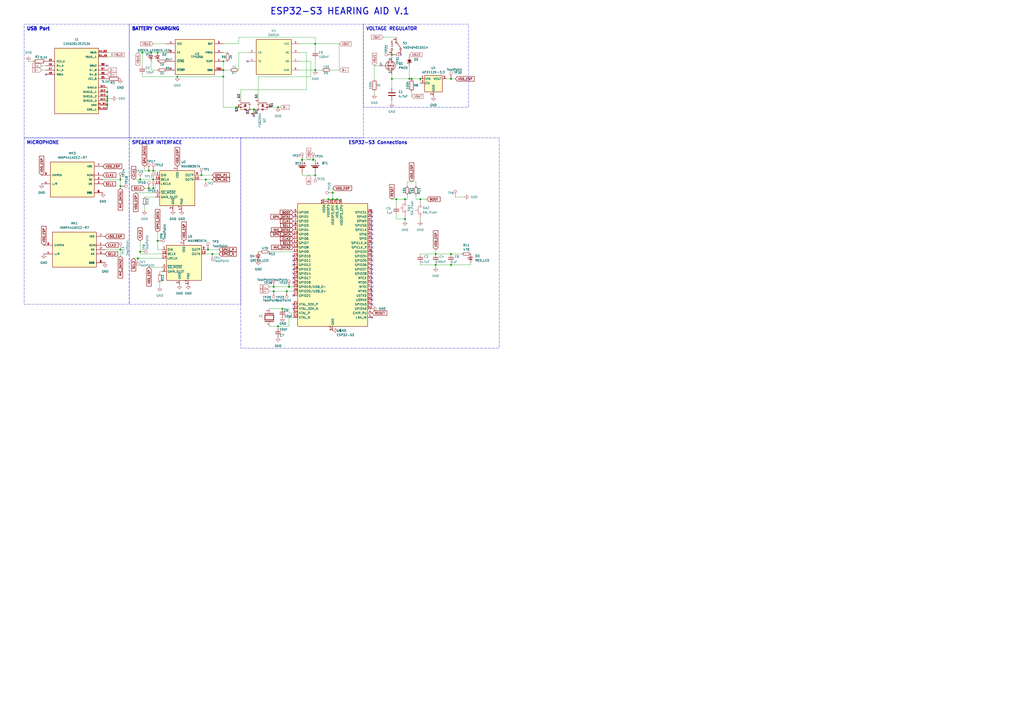
<source format=kicad_sch>
(kicad_sch (version 20231120) (generator "eeschema") (generator_version "8.0")
  (paper "A2")
  (junction (at 181.61 92.71))
  (junction (at 234.95 127))
  (junction (at 102.87 44.45))
  (junction (at 163.83 179.07))
  (junction (at 238.76 45.72))
  (junction (at 227.33 45.72))
  (junction (at 86.36 99.06))
  (junction (at 261.62 147.32))
  (junction (at 88.9 104.14))
  (junction (at 62.23 58.42))
  (junction (at 69.85 107.95))
  (junction (at 88.9 109.22))
  (junction (at 62.23 60.96))
  (junction (at 147.32 63.5))
  (junction (at 234.95 115.57))
  (junction (at 161.29 189.23))
  (junction (at 227.33 31.75))
  (junction (at 261.62 45.72))
  (junction (at 243.84 115.57))
  (junction (at 182.88 25.4))
  (junction (at 161.29 62.23))
  (junction (at 129.54 40.64))
  (junction (at 123.19 147.32))
  (junction (at 120.65 144.78))
  (junction (at 158.75 168.91))
  (junction (at 193.04 115.57))
  (junction (at 62.23 57.15))
  (junction (at 62.23 53.34))
  (junction (at 86.36 109.22))
  (junction (at 237.49 45.72))
  (junction (at 243.84 45.72))
  (junction (at 195.58 115.57))
  (junction (at 80.01 149.86))
  (junction (at 166.37 168.91))
  (junction (at 129.54 35.56))
  (junction (at 229.87 115.57))
  (junction (at 116.84 101.6))
  (junction (at 119.38 104.14))
  (junction (at 69.85 104.14))
  (junction (at 129.54 44.45))
  (junction (at 81.28 104.14))
  (junction (at 91.44 139.7))
  (junction (at 81.28 146.05))
  (junction (at 190.5 115.57))
  (junction (at 62.23 55.88))
  (junction (at 167.64 166.37))
  (junction (at 82.55 30.48))
  (junction (at 182.88 101.6))
  (junction (at 91.44 30.48))
  (junction (at 175.26 92.71))
  (junction (at 88.9 99.06))
  (junction (at 193.04 111.76))
  (junction (at 182.88 40.64))
  (junction (at 261.62 153.67))
  (junction (at 252.73 147.32))
  (junction (at 137.16 62.23))
  (junction (at 69.85 144.78))
  (junction (at 87.63 30.48))
  (junction (at 252.73 153.67))
  (junction (at 158.75 166.37))
  (no_connect (at 215.9 138.43))
  (no_connect (at 215.9 153.67))
  (no_connect (at 215.9 158.75))
  (no_connect (at 170.18 176.53))
  (no_connect (at 215.9 166.37))
  (no_connect (at 215.9 163.83))
  (no_connect (at 170.18 171.45))
  (no_connect (at 215.9 168.91))
  (no_connect (at 215.9 173.99))
  (no_connect (at 215.9 146.05))
  (no_connect (at 215.9 123.19))
  (no_connect (at 215.9 176.53))
  (no_connect (at 232.41 31.75))
  (no_connect (at 215.9 135.89))
  (no_connect (at 215.9 125.73))
  (no_connect (at 170.18 161.29))
  (no_connect (at 215.9 151.13))
  (no_connect (at 215.9 140.97))
  (no_connect (at 170.18 148.59))
  (no_connect (at 143.51 35.56))
  (no_connect (at 215.9 171.45))
  (no_connect (at 170.18 179.07))
  (no_connect (at 215.9 143.51))
  (no_connect (at 26.67 43.18))
  (no_connect (at 170.18 163.83))
  (no_connect (at 170.18 151.13))
  (no_connect (at 62.23 38.1))
  (no_connect (at 215.9 184.15))
  (no_connect (at 170.18 153.67))
  (no_connect (at 147.32 67.31))
  (no_connect (at 170.18 156.21))
  (no_connect (at 215.9 161.29))
  (no_connect (at 170.18 158.75))
  (no_connect (at 215.9 156.21))
  (no_connect (at 215.9 128.27))
  (no_connect (at 215.9 130.81))
  (no_connect (at 215.9 148.59))
  (no_connect (at 215.9 133.35))
  (wire (pts (xy 238.76 55.88) (xy 238.76 53.34)))
  (wire (pts (xy 87.63 35.56) (xy 87.63 40.64)))
  (wire (pts (xy 62.23 55.88) (xy 62.23 57.15)))
  (wire (pts (xy 182.88 21.59) (xy 182.88 25.4)))
  (wire (pts (xy 129.54 35.56) (xy 129.54 40.64)))
  (wire (pts (xy 69.85 104.14) (xy 59.69 104.14)))
  (wire (pts (xy 193.04 111.76) (xy 193.04 109.22)))
  (wire (pts (xy 156.21 166.37) (xy 158.75 166.37)))
  (wire (pts (xy 139.7 52.07) (xy 139.7 57.15)))
  (wire (pts (xy 167.64 184.15) (xy 170.18 184.15)))
  (wire (pts (xy 77.47 149.86) (xy 80.01 149.86)))
  (wire (pts (xy 138.43 25.4) (xy 138.43 21.59)))
  (wire (pts (xy 229.87 124.46) (xy 229.87 127)))
  (wire (pts (xy 64.77 30.48) (xy 64.77 33.02)))
  (wire (pts (xy 156.21 179.07) (xy 163.83 179.07)))
  (wire (pts (xy 77.47 104.14) (xy 81.28 104.14)))
  (wire (pts (xy 243.84 115.57) (xy 247.65 115.57)))
  (wire (pts (xy 177.8 30.48) (xy 177.8 52.07)))
  (wire (pts (xy 69.85 107.95) (xy 69.85 104.14)))
  (wire (pts (xy 193.04 115.57) (xy 195.58 115.57)))
  (wire (pts (xy 88.9 99.06) (xy 90.17 99.06)))
  (wire (pts (xy 156.21 168.91) (xy 158.75 168.91)))
  (wire (pts (xy 157.48 62.23) (xy 161.29 62.23)))
  (wire (pts (xy 82.55 30.48) (xy 82.55 38.1)))
  (wire (pts (xy 243.84 128.27) (xy 243.84 127)))
  (wire (pts (xy 191.77 40.64) (xy 196.85 40.64)))
  (wire (pts (xy 91.44 30.48) (xy 96.52 30.48)))
  (wire (pts (xy 64.77 57.15) (xy 62.23 57.15)))
  (wire (pts (xy 86.36 154.94) (xy 93.98 154.94)))
  (wire (pts (xy 92.71 157.48) (xy 92.71 158.75)))
  (wire (pts (xy 81.28 104.14) (xy 88.9 104.14)))
  (wire (pts (xy 78.74 111.76) (xy 90.17 111.76)))
  (wire (pts (xy 123.19 101.6) (xy 116.84 101.6)))
  (wire (pts (xy 229.87 115.57) (xy 229.87 119.38)))
  (wire (pts (xy 83.82 96.52) (xy 83.82 99.06)))
  (wire (pts (xy 149.86 57.15) (xy 149.86 44.45)))
  (wire (pts (xy 149.86 44.45) (xy 180.34 44.45)))
  (wire (pts (xy 173.99 40.64) (xy 182.88 40.64)))
  (wire (pts (xy 234.95 115.57) (xy 236.22 115.57)))
  (wire (pts (xy 123.19 147.32) (xy 119.38 147.32)))
  (wire (pts (xy 261.62 45.72) (xy 259.08 45.72)))
  (wire (pts (xy 83.82 109.22) (xy 86.36 109.22)))
  (wire (pts (xy 69.85 144.78) (xy 60.96 144.78)))
  (wire (pts (xy 175.26 100.33) (xy 175.26 101.6)))
  (wire (pts (xy 264.16 45.72) (xy 261.62 45.72)))
  (wire (pts (xy 237.49 31.75) (xy 237.49 33.02)))
  (wire (pts (xy 161.29 62.23) (xy 162.56 62.23)))
  (wire (pts (xy 234.95 125.73) (xy 234.95 127)))
  (wire (pts (xy 236.22 105.41) (xy 241.3 105.41)))
  (wire (pts (xy 129.54 40.64) (xy 129.54 44.45)))
  (wire (pts (xy 180.34 44.45) (xy 180.34 35.56)))
  (wire (pts (xy 241.3 113.03) (xy 241.3 115.57)))
  (wire (pts (xy 227.33 59.69) (xy 227.33 58.42)))
  (wire (pts (xy 90.17 99.06) (xy 90.17 101.6)))
  (wire (pts (xy 144.78 63.5) (xy 147.32 63.5)))
  (wire (pts (xy 227.33 33.02) (xy 227.33 31.75)))
  (wire (pts (xy 83.82 121.92) (xy 83.82 119.38)))
  (wire (pts (xy 62.23 53.34) (xy 62.23 55.88)))
  (wire (pts (xy 273.05 152.4) (xy 273.05 153.67)))
  (wire (pts (xy 180.34 35.56) (xy 173.99 35.56)))
  (wire (pts (xy 167.64 179.07) (xy 167.64 181.61)))
  (wire (pts (xy 158.75 166.37) (xy 167.64 166.37)))
  (wire (pts (xy 82.55 44.45) (xy 102.87 44.45)))
  (wire (pts (xy 227.33 115.57) (xy 229.87 115.57)))
  (wire (pts (xy 116.84 101.6) (xy 115.57 101.6)))
  (wire (pts (xy 83.82 99.06) (xy 86.36 99.06)))
  (wire (pts (xy 261.62 153.67) (xy 261.62 152.4)))
  (wire (pts (xy 69.85 109.22) (xy 69.85 107.95)))
  (wire (pts (xy 90.17 109.22) (xy 90.17 106.68)))
  (wire (pts (xy 243.84 153.67) (xy 243.84 152.4)))
  (wire (pts (xy 138.43 40.64) (xy 138.43 30.48)))
  (wire (pts (xy 81.28 147.32) (xy 93.98 147.32)))
  (wire (pts (xy 167.64 181.61) (xy 170.18 181.61)))
  (wire (pts (xy 129.54 44.45) (xy 129.54 62.23)))
  (wire (pts (xy 120.65 144.78) (xy 119.38 144.78)))
  (wire (pts (xy 238.76 45.72) (xy 243.84 45.72)))
  (wire (pts (xy 91.44 134.62) (xy 91.44 139.7)))
  (wire (pts (xy 243.84 45.72) (xy 243.84 48.26)))
  (wire (pts (xy 175.26 101.6) (xy 182.88 101.6)))
  (wire (pts (xy 24.13 40.64) (xy 26.67 40.64)))
  (wire (pts (xy 196.85 25.4) (xy 196.85 40.64)))
  (wire (pts (xy 83.82 114.3) (xy 90.17 114.3)))
  (wire (pts (xy 217.17 38.1) (xy 217.17 45.72)))
  (wire (pts (xy 166.37 168.91) (xy 170.18 168.91)))
  (wire (pts (xy 62.23 33.02) (xy 64.77 33.02)))
  (wire (pts (xy 62.23 57.15) (xy 62.23 58.42)))
  (wire (pts (xy 219.71 38.1) (xy 217.17 38.1)))
  (wire (pts (xy 127 144.78) (xy 120.65 144.78)))
  (wire (pts (xy 236.22 113.03) (xy 236.22 115.57)))
  (wire (pts (xy 273.05 153.67) (xy 261.62 153.67)))
  (wire (pts (xy 82.55 30.48) (xy 87.63 30.48)))
  (wire (pts (xy 182.88 34.29) (xy 182.88 40.64)))
  (wire (pts (xy 93.98 157.48) (xy 92.71 157.48)))
  (wire (pts (xy 190.5 115.57) (xy 193.04 115.57)))
  (wire (pts (xy 182.88 25.4) (xy 196.85 25.4)))
  (wire (pts (xy 88.9 109.22) (xy 90.17 109.22)))
  (wire (pts (xy 217.17 54.61) (xy 217.17 53.34)))
  (wire (pts (xy 91.44 139.7) (xy 91.44 144.78)))
  (wire (pts (xy 227.33 50.8) (xy 227.33 45.72)))
  (wire (pts (xy 158.75 168.91) (xy 166.37 168.91)))
  (wire (pts (xy 161.29 189.23) (xy 167.64 189.23)))
  (wire (pts (xy 151.13 146.05) (xy 149.86 146.05)))
  (wire (pts (xy 167.64 166.37) (xy 170.18 166.37)))
  (wire (pts (xy 138.43 62.23) (xy 137.16 62.23)))
  (wire (pts (xy 161.29 190.5) (xy 161.29 189.23)))
  (wire (pts (xy 182.88 101.6) (xy 182.88 100.33)))
  (wire (pts (xy 26.67 38.1) (xy 24.13 38.1)))
  (wire (pts (xy 129.54 40.64) (xy 133.35 40.64)))
  (wire (pts (xy 80.01 149.86) (xy 93.98 149.86)))
  (wire (pts (xy 119.38 104.14) (xy 123.19 104.14)))
  (wire (pts (xy 227.33 43.18) (xy 227.33 45.72)))
  (wire (pts (xy 252.73 147.32) (xy 261.62 147.32)))
  (wire (pts (xy 252.73 144.78) (xy 252.73 147.32)))
  (wire (pts (xy 243.84 153.67) (xy 252.73 153.67)))
  (wire (pts (xy 91.44 144.78) (xy 93.98 144.78)))
  (wire (pts (xy 229.87 115.57) (xy 234.95 115.57)))
  (wire (pts (xy 129.54 62.23) (xy 137.16 62.23)))
  (wire (pts (xy 177.8 52.07) (xy 139.7 52.07)))
  (wire (pts (xy 187.96 115.57) (xy 190.5 115.57)))
  (wire (pts (xy 82.55 43.18) (xy 82.55 44.45)))
  (wire (pts (xy 241.3 115.57) (xy 243.84 115.57)))
  (wire (pts (xy 261.62 147.32) (xy 267.97 147.32)))
  (wire (pts (xy 129.54 35.56) (xy 132.08 35.56)))
  (wire (pts (xy 86.36 99.06) (xy 88.9 99.06)))
  (wire (pts (xy 156.21 189.23) (xy 161.29 189.23)))
  (wire (pts (xy 129.54 25.4) (xy 138.43 25.4)))
  (wire (pts (xy 243.84 147.32) (xy 252.73 147.32)))
  (wire (pts (xy 163.83 179.07) (xy 167.64 179.07)))
  (wire (pts (xy 62.23 50.8) (xy 62.23 53.34)))
  (wire (pts (xy 87.63 30.48) (xy 91.44 30.48)))
  (wire (pts (xy 252.73 154.94) (xy 252.73 153.67)))
  (wire (pts (xy 147.32 63.5) (xy 149.86 63.5)))
  (wire (pts (xy 86.36 109.22) (xy 88.9 109.22)))
  (wire (pts (xy 241.3 105.41) (xy 241.3 107.95)))
  (wire (pts (xy 138.43 30.48) (xy 143.51 30.48)))
  (wire (pts (xy 243.84 116.84) (xy 243.84 115.57)))
  (wire (pts (xy 156.21 146.05) (xy 170.18 146.05)))
  (wire (pts (xy 81.28 146.05) (xy 81.28 147.32)))
  (wire (pts (xy 195.58 115.57) (xy 198.12 115.57)))
  (wire (pts (xy 147.32 63.5) (xy 147.32 67.31)))
  (wire (pts (xy 123.19 147.32) (xy 127 147.32)))
  (wire (pts (xy 181.61 92.71) (xy 182.88 92.71)))
  (wire (pts (xy 237.49 38.1) (xy 237.49 45.72)))
  (wire (pts (xy 252.73 153.67) (xy 261.62 153.67)))
  (wire (pts (xy 236.22 107.95) (xy 236.22 105.41)))
  (wire (pts (xy 182.88 25.4) (xy 182.88 29.21)))
  (wire (pts (xy 237.49 45.72) (xy 238.76 45.72)))
  (wire (pts (xy 222.25 21.59) (xy 229.87 21.59)))
  (wire (pts (xy 264.16 114.3) (xy 269.24 114.3)))
  (wire (pts (xy 88.9 25.4) (xy 96.52 25.4)))
  (wire (pts (xy 16.51 35.56) (xy 19.05 35.56)))
  (wire (pts (xy 129.54 30.48) (xy 132.08 30.48)))
  (wire (pts (xy 252.73 153.67) (xy 252.73 152.4)))
  (wire (pts (xy 234.95 127) (xy 234.95 128.27)))
  (wire (pts (xy 119.38 104.14) (xy 115.57 104.14)))
  (wire (pts (xy 227.33 45.72) (xy 237.49 45.72)))
  (wire (pts (xy 87.63 40.64) (xy 91.44 40.64)))
  (wire (pts (xy 92.71 166.37) (xy 92.71 163.83)))
  (wire (pts (xy 62.23 58.42) (xy 62.23 60.96)))
  (wire (pts (xy 193.04 111.76) (xy 193.04 115.57)))
  (wire (pts (xy 182.88 40.64) (xy 186.69 40.64)))
  (wire (pts (xy 62.23 30.48) (xy 64.77 30.48)))
  (wire (pts (xy 102.87 44.45) (xy 129.54 44.45)))
  (wire (pts (xy 138.43 21.59) (xy 182.88 21.59)))
  (wire (pts (xy 167.64 189.23) (xy 167.64 184.15)))
  (wire (pts (xy 80.01 30.48) (xy 82.55 30.48)))
  (wire (pts (xy 173.99 30.48) (xy 177.8 30.48)))
  (wire (pts (xy 81.28 139.7) (xy 81.28 146.05)))
  (wire (pts (xy 62.23 60.96) (xy 62.23 63.5)))
  (wire (pts (xy 173.99 25.4) (xy 182.88 25.4)))
  (wire (pts (xy 88.9 104.14) (xy 90.17 104.14)))
  (wire (pts (xy 69.85 148.59) (xy 69.85 144.78)))
  (wire (pts (xy 229.87 127) (xy 234.95 127)))
  (wire (pts (xy 175.26 92.71) (xy 181.61 92.71)))
  (rectangle (start 74.93 13.97) (end 210.82 80.01) (stroke (width 0) (type dash)))
  (rectangle (start 74.93 80.01) (end 139.7 176.53) (stroke (width 0) (type dash)))
  (rectangle (start 139.7 80.01) (end 289.56 201.93) (stroke (width 0) (type dash)))
  (rectangle (start 210.82 13.97) (end 271.78 62.23) (stroke (width 0) (type dash)))
  (rectangle (start 13.97 13.97) (end 74.93 80.01) (stroke (width 0) (type dash)))
  (rectangle (start 13.97 80.01) (end 74.93 176.53) (stroke (width 0) (type dash)))
  (text_box "BATTERY CHARGING" (at 74.93 13.97 0) (size 31.75 5.08) (stroke (width -0.0001)) (effects (font (size 1.905 1.905) (thickness 0.508) (bold yes)) (justify left top)))
  (text_box "MICROPHONE\n" (at 13.97 80.01 0) (size 33.02 5.08) (stroke (width -0.0001)) (effects (font (size 1.905 1.905) (thickness 0.381) (bold yes)) (justify left top)))
  (text_box "SPEAKER INTERFACE\n" (at 74.93 80.01 0) (size 35.56 5.08) (stroke (width -0.0001)) (effects (font (size 1.905 1.905) (thickness 0.381) (bold yes)) (justify left top)))
  (text_box "VOLTAGE REGULATOR\n" (at 210.82 13.97 0) (size 33.02 5.08) (stroke (width -0.0001)) (effects (font (size 1.905 1.905) (thickness 0.381) (bold yes)) (justify left top)))
  (text_box "ESP32-S3 Connections\n" (at 200.66 80.01 0) (size 44.45 5.08) (stroke (width -0.0001)) (effects (font (size 1.905 1.905) (thickness 0.381) (bold yes)) (justify left top)))
  (text_box "USB Port\n" (at 13.97 13.97 0) (size 26.67 5.08) (stroke (width -0.0001)) (effects (font (size 1.905 1.905) (thickness 0.508) (bold yes)) (justify left top)))
  (text_box "ESP32-S3 HEARING AID V.1" (at 153.67 1.27 0) (size 91.44 8.89) (stroke (width -0.0001)) (effects (font (size 3.81 3.81) (thickness 0.508) (bold yes)) (justify left top)))
  (label "G2" (at 139.7 57.15 90) (effects (font (bold yes))))
  (label "D1" (at 149.86 63.5 270) (effects (font (bold yes))))
  (label "G1" (at 149.86 57.15 90) (effects (font (bold yes))))
  (label "S1" (at 158.75 62.23 90) (effects (font (bold yes))))
  (label "S2" (at 138.43 62.23 270) (effects (font (bold yes))))
  (label "D2" (at 144.78 63.5 270) (effects (font (bold yes))))
  (global_label "VDD_ESP" (shape input) (at 193.04 109.22 0) (effects (font (bold yes))) (property "Intersheetrefs" "${INTERSHEET_REFS}" (effects (hide yes))))
  (global_label "CLK1" (shape input) (at 59.69 101.6 0) (effects (font (bold yes))) (property "Intersheetrefs" "${INTERSHEET_REFS}" (effects (hide yes))))
  (global_label "VDD_ESP" (shape input) (at 102.87 96.52 90) (effects (font (bold yes))) (property "Intersheetrefs" "${INTERSHEET_REFS}" (effects (hide yes))))
  (global_label "SEL2" (shape input) (at 60.96 147.32 0) (effects (font (bold yes))) (property "Intersheetrefs" "${INTERSHEET_REFS}" (effects (hide yes))))
  (global_label "MIC_DATA1" (shape input) (at 170.18 133.35 180) (effects (font (bold yes))) (property "Intersheetrefs" "${INTERSHEET_REFS}" (effects (hide yes))))
  (global_label "VDD_ESP" (shape input) (at 25.4 142.24 90) (effects (font (bold yes))) (property "Intersheetrefs" "${INTERSHEET_REFS}" (effects (hide yes))))
  (global_label "MIC_DATA2" (shape input) (at 69.85 148.59 270) (effects (font (bold yes))) (property "Intersheetrefs" "${INTERSHEET_REFS}" (effects (hide yes))))
  (global_label "CLK2" (shape input) (at 170.18 138.43 180) (effects (font (bold yes))) (property "Intersheetrefs" "${INTERSHEET_REFS}" (effects (hide yes))))
  (global_label "D-" (shape input) (at 24.13 40.64 180) (property "Intersheetrefs" "${INTERSHEET_REFS}" (effects (hide yes))))
  (global_label "SEL2" (shape input) (at 170.18 140.97 180) (effects (font (bold yes))) (property "Intersheetrefs" "${INTERSHEET_REFS}" (effects (hide yes))))
  (global_label "D-" (shape input) (at 156.21 166.37 180) (property "Intersheetrefs" "${INTERSHEET_REFS}" (effects (hide yes))))
  (global_label "CLK2" (shape input) (at 81.28 139.7 90) (effects (font (bold yes))) (property "Intersheetrefs" "${INTERSHEET_REFS}" (effects (hide yes))))
  (global_label "VDD_ESP" (shape input) (at 106.68 139.7 90) (effects (font (bold yes))) (property "Intersheetrefs" "${INTERSHEET_REFS}" (effects (hide yes))))
  (global_label "SEL1" (shape input) (at 170.18 130.81 180) (effects (font (bold yes))) (property "Intersheetrefs" "${INTERSHEET_REFS}" (effects (hide yes))))
  (global_label "SPK2_N" (shape input) (at 127 147.32 0) (effects (font (bold yes))) (property "Intersheetrefs" "${INTERSHEET_REFS}" (effects (hide yes))))
  (global_label "VDD_ESP" (shape input) (at 78.74 111.76 270) (effects (font (bold yes))) (property "Intersheetrefs" "${INTERSHEET_REFS}" (effects (hide yes))))
  (global_label "SEL1" (shape input) (at 83.82 109.22 180) (effects (font (bold yes))) (property "Intersheetrefs" "${INTERSHEET_REFS}" (effects (hide yes))))
  (global_label "VBAT" (shape input) (at 238.76 55.88 0) (property "Intersheetrefs" "${INTERSHEET_REFS}" (effects (hide yes))))
  (global_label "MIC_DATA2" (shape input) (at 170.18 143.51 180) (effects (font (bold yes))) (property "Intersheetrefs" "${INTERSHEET_REFS}" (effects (hide yes))))
  (global_label "BOOT" (shape input) (at 247.65 115.57 0) (effects (font (bold yes))) (property "Intersheetrefs" "${INTERSHEET_REFS}" (effects (hide yes))))
  (global_label "SEL1" (shape input) (at 59.69 106.68 0) (effects (font (bold yes))) (property "Intersheetrefs" "${INTERSHEET_REFS}" (effects (hide yes))))
  (global_label "VDD_ESP" (shape input) (at 238.76 105.41 90) (effects (font (bold yes))) (property "Intersheetrefs" "${INTERSHEET_REFS}" (effects (hide yes))))
  (global_label "D+" (shape input) (at 24.13 38.1 180) (property "Intersheetrefs" "${INTERSHEET_REFS}" (effects (hide yes))))
  (global_label "VBUS" (shape input) (at 237.49 31.75 0) (property "Intersheetrefs" "${INTERSHEET_REFS}" (effects (hide yes))))
  (global_label "SPK2_DATA" (shape input) (at 170.18 135.89 180) (effects (font (bold yes))) (property "Intersheetrefs" "${INTERSHEET_REFS}" (effects (hide yes))))
  (global_label "B+" (shape input) (at 196.85 40.64 0) (property "Intersheetrefs" "${INTERSHEET_REFS}" (effects (hide yes))))
  (global_label "VBUS" (shape input) (at 80.01 30.48 270) (property "Intersheetrefs" "${INTERSHEET_REFS}" (effects (hide yes))))
  (global_label "D+" (shape input) (at 156.21 168.91 180) (property "Intersheetrefs" "${INTERSHEET_REFS}" (effects (hide yes))))
  (global_label "VDD_ESP" (shape input) (at 264.16 45.72 0) (effects (font (bold yes))) (property "Intersheetrefs" "${INTERSHEET_REFS}" (effects (hide yes))))
  (global_label "SPK_DATA1" (shape input) (at 170.18 125.73 180) (effects (font (bold yes))) (property "Intersheetrefs" "${INTERSHEET_REFS}" (effects (hide yes))))
  (global_label "CLK1" (shape input) (at 170.18 128.27 180) (effects (font (bold yes))) (property "Intersheetrefs" "${INTERSHEET_REFS}" (effects (hide yes))))
  (global_label "VBAT" (shape input) (at 196.85 25.4 0) (property "Intersheetrefs" "${INTERSHEET_REFS}" (effects (hide yes))))
  (global_label "VBUS" (shape input) (at 217.17 38.1 90) (property "Intersheetrefs" "${INTERSHEET_REFS}" (effects (hide yes))))
  (global_label "VDD_ESP" (shape input) (at 59.69 96.52 0) (effects (font (bold yes))) (property "Intersheetrefs" "${INTERSHEET_REFS}" (effects (hide yes))))
  (global_label "CLK2" (shape input) (at 60.96 142.24 0) (effects (font (bold yes))) (property "Intersheetrefs" "${INTERSHEET_REFS}" (effects (hide yes))))
  (global_label "B-" (shape input) (at 179.07 101.6 270) (property "Intersheetrefs" "${INTERSHEET_REFS}" (effects (hide yes))))
  (global_label "D+" (shape input) (at 62.23 43.18 0) (property "Intersheetrefs" "${INTERSHEET_REFS}" (effects (hide yes))))
  (global_label "SPK_DATA1" (shape input) (at 83.82 96.52 90) (effects (font (bold yes))) (property "Intersheetrefs" "${INTERSHEET_REFS}" (effects (hide yes))))
  (global_label "SEL2" (shape input) (at 77.47 149.86 270) (effects (font (bold yes))) (property "Intersheetrefs" "${INTERSHEET_REFS}" (effects (hide yes))))
  (global_label "MIC_DATA1" (shape input) (at 69.85 109.22 270) (effects (font (bold yes))) (property "Intersheetrefs" "${INTERSHEET_REFS}" (effects (hide yes))))
  (global_label "VDD_ESP" (shape input) (at 252.73 144.78 90) (effects (font (bold yes))) (property "Intersheetrefs" "${INTERSHEET_REFS}" (effects (hide yes))))
  (global_label "D-" (shape input) (at 62.23 40.64 0) (property "Intersheetrefs" "${INTERSHEET_REFS}" (effects (hide yes))))
  (global_label "VDD_ESP" (shape input) (at 24.13 101.6 90) (effects (font (bold yes))) (property "Intersheetrefs" "${INTERSHEET_REFS}" (effects (hide yes))))
  (global_label "VBUS" (shape input) (at 64.77 31.75 0) (property "Intersheetrefs" "${INTERSHEET_REFS}" (effects (hide yes))))
  (global_label "VBUS" (shape input) (at 88.9 25.4 180) (property "Intersheetrefs" "${INTERSHEET_REFS}" (effects (hide yes))))
  (global_label "BOOT" (shape input) (at 170.18 123.19 180) (effects (font (bold yes))) (property "Intersheetrefs" "${INTERSHEET_REFS}" (effects (hide yes))))
  (global_label "VBAT" (shape input) (at 179.07 92.71 90) (property "Intersheetrefs" "${INTERSHEET_REFS}" (effects (hide yes))))
  (global_label "SPK_P1" (shape input) (at 123.19 101.6 0) (effects (font (bold yes))) (property "Intersheetrefs" "${INTERSHEET_REFS}" (effects (hide yes))))
  (global_label "SPK2_P" (shape input) (at 127 144.78 0) (effects (font (bold yes))) (property "Intersheetrefs" "${INTERSHEET_REFS}" (effects (hide yes))))
  (global_label "RESET" (shape input) (at 227.33 115.57 90) (effects (font (bold yes))) (property "Intersheetrefs" "${INTERSHEET_REFS}" (effects (hide yes))))
  (global_label "CLK1" (shape input) (at 77.47 104.14 90) (effects (font (bold yes))) (property "Intersheetrefs" "${INTERSHEET_REFS}" (effects (hide yes))))
  (global_label "VBAT" (shape input) (at 222.25 21.59 180) (property "Intersheetrefs" "${INTERSHEET_REFS}" (effects (hide yes))))
  (global_label "B-" (shape input) (at 162.56 62.23 0) (property "Intersheetrefs" "${INTERSHEET_REFS}" (effects (hide yes))))
  (global_label "SPK_N1" (shape input) (at 123.19 104.14 0) (effects (font (bold yes))) (property "Intersheetrefs" "${INTERSHEET_REFS}" (effects (hide yes))))
  (global_label "VDD_ESP" (shape input) (at 60.96 137.16 0) (effects (font (bold yes))) (property "Intersheetrefs" "${INTERSHEET_REFS}" (effects (hide yes))))
  (global_label "SPK2_DATA" (shape input) (at 91.44 134.62 90) (effects (font (bold yes))) (property "Intersheetrefs" "${INTERSHEET_REFS}" (effects (hide yes))))
  (global_label "RESET" (shape input) (at 215.9 181.61 0) (effects (font (bold yes))) (property "Intersheetrefs" "${INTERSHEET_REFS}" (effects (hide yes))))
  (global_label "VDD_ESP" (shape input) (at 86.36 154.94 270) (effects (font (bold yes))) (property "Intersheetrefs" "${INTERSHEET_REFS}" (effects (hide yes))))
  (symbol (lib_id "power:GND") (at 100.33 121.92 0) (unit 1)
    (property "Reference" "#PWR012" (effects (hide yes)))
    (property "Value" "GND" (at 100.33 127 0))
    (property "Description" "Power symbol creates a global label with name \"GND\" , ground" (effects (hide yes)))
  )
  (symbol (lib_id "Connector:TestPoint") (at 69.85 144.78 0) (unit 1)
    (property "Reference" "TP13" (at 71.374 147.828 90) (effects (justify left)))
    (property "Value" "TestPoint" (at 73.9141 148.336 90) (effects (justify left)))
    (property "Footprint" "MountingHole:Mounting_Pad_Square" (effects (hide yes)))
    (property "Description" "test point" (effects (hide yes)))
  )
  (symbol (lib_id "Connector:TestPoint") (at 158.75 166.37 0) (unit 1)
    (property "Reference" "TP28" (at 157.988 164.084 0) (effects (justify right)))
    (property "Value" "TestPoint" (at 157.988 162.306 0) (effects (justify right)))
    (property "Footprint" "MountingHole:Mounting_Pad_Square" (effects (hide yes)))
    (property "Description" "test point" (effects (hide yes)))
  )
  (symbol (lib_id "power:GND") (at 104.14 165.1 0) (unit 1)
    (property "Reference" "#PWR016" (effects (hide yes)))
    (property "Value" "GND" (at 104.14 170.18 0))
    (property "Description" "Power symbol creates a global label with name \"GND\" , ground" (effects (hide yes)))
  )
  (symbol (lib_id "power:GND") (at 234.95 128.27 0) (unit 1)
    (property "Reference" "#PWR05" (effects (hide yes)))
    (property "Value" "GND" (at 234.95 133.35 0))
    (property "Description" "Power symbol creates a global label with name \"GND\" , ground" (effects (hide yes)))
  )
  (symbol (lib_id "Device:C_Small") (at 182.88 31.75 0) (unit 1)
    (property "Reference" "C9" (at 184.658 30.48 0) (effects (justify left)))
    (property "Value" "100nF" (at 184.912 33.02 0) (effects (justify left)))
    (property "Footprint" "Capacitor_SMD:C_0402_1005Metric_Pad0.74x0.62mm_HandSolder" (effects (hide yes)))
    (property "Description" "Unpolarized capacitor, small symbol" (effects (hide yes)))
  )
  (symbol (lib_id "Device:R") (at 238.76 49.53 0) (unit 1)
    (property "Reference" "R8" (at 241.3 49.53 0))
    (property "Value" "100k" (at 236.474 49.53 90))
    (property "Footprint" "Resistor_SMD:R_0402_1005Metric_Pad0.72x0.64mm_HandSolder" (effects (hide yes)))
    (property "Description" "Resistor" (effects (hide yes)))
  )
  (symbol (lib_id "Connector:TestPoint") (at 227.33 31.75 90) (unit 1)
    (property "Reference" "TP21" (at 224.028 25.908 0) (effects (justify right)))
    (property "Value" "TestPoint" (effects (hide yes)))
    (property "Footprint" "MountingHole:Mounting_Pad_Square" (effects (hide yes)))
    (property "Description" "test point" (effects (hide yes)))
  )
  (symbol (lib_id "Simulation_SPICE:PMOS") (at 224.79 38.1 0) (unit 1)
    (property "Reference" "Q1" (at 231.14 36.8299 0) (effects (justify left)))
    (property "Value" "PMOS" (at 231.14 39.3699 0) (effects (justify left)))
    (property "Footprint" "footprints:DMP3099L-7_Correct" (effects (hide yes)))
    (property "Datasheet" "https://ngspice.sourceforge.io/docs/ngspice-html-manual/manual.xhtml#cha_MOSFETs" (effects (hide yes)))
    (property "Description" "P-MOSFET transistor, drain/source/gate" (effects (hide yes)))
    (property "Sim.Device" "PMOS" (effects (hide yes)))
    (property "Sim.Type" "VDMOS" (effects (hide yes)))
    (property "Sim.Pins" "1=D 2=G 3=S" (effects (hide yes)))
  )
  (symbol (lib_id "Device:LED_Small") (at 149.86 148.59 90) (unit 1)
    (property "Reference" "D4" (at 145.034 148.59 90) (effects (justify right)))
    (property "Value" "GREEN_LED" (at 145.034 151.13 90) (effects (justify right)))
    (property "Footprint" "LED_SMD:LED_0402_1005Metric" (effects (hide yes)))
    (property "Description" "Light emitting diode, small symbol" (effects (hide yes)))
  )
  (symbol (lib_id "DW01A:DW01A") (at 158.75 33.02 0) (unit 1)
    (property "Reference" "U4" (at 158.75 17.78 0))
    (property "Value" "DW01A" (at 158.75 20.32 0))
    (property "Footprint" "DW01A:SOT95P280X145-6N" (effects (hide yes)))
    (property "MF" "Fortune Semiconductor" (effects (hide yes)))
    (property "SNAPEDA_PACKAGE_ID" "103849" (effects (hide yes)))
    (property "Package" "SOT-23-6 Fortune Semiconductor" (effects (hide yes)))
    (property "Price" "None" (effects (hide yes)))
    (property "Check_prices" "https://www.snapeda.com/parts/DW01A/Fortune+Semiconductor/view-part/?ref=eda" (effects (hide yes)))
    (property "STANDARD" "IPC 7351B" (effects (hide yes)))
    (property "PARTREV" "1.8" (effects (hide yes)))
    (property "SnapEDA_Link" "https://www.snapeda.com/parts/DW01A/Fortune+Semiconductor/view-part/?ref=snap" (effects (hide yes)))
    (property "MP" "DW01A" (effects (hide yes)))
    (property "Description_1" "\n                        \n                            One Cell Lithium-ion/Polymer Battery Protection IC\n                        \n" (effects (hide yes)))
    (property "MANUFACTURER" "Fortune Semiconductor" (effects (hide yes)))
    (property "Availability" "Not in stock" (effects (hide yes)))
    (property "MAXIMUM_PACKAGE_HEIGHT" "1.45mm" (effects (hide yes)))
  )
  (symbol (lib_id "Connector:TestPoint") (at 116.84 101.6 0) (unit 1)
    (property "Reference" "TP1" (at 117.856 98.298 0) (effects (justify left)))
    (property "Value" "TestPoint" (effects (hide yes)))
    (property "Footprint" "MountingHole:Mounting_Pad_Square" (effects (hide yes)))
    (property "Description" "test point" (effects (hide yes)))
  )
  (symbol (lib_id "power:GND") (at 269.24 114.3 90) (unit 1)
    (property "Reference" "#PWR021" (effects (hide yes)))
    (property "Value" "GND" (at 273.05 114.2999 90) (effects (justify right)))
    (property "Description" "Power symbol creates a global label with name \"GND\" , ground" (effects (hide yes)))
  )
  (symbol (lib_id "12402012E212A:12402012E212A") (at 44.45 40.64 0) (unit 1)
    (property "Reference" "J1" (at 44.45 22.86 0))
    (property "Value" "12402012E212A" (at 44.45 25.4 0))
    (property "Footprint" "12402012E212A:AMPHENOL_12402012E212A" (effects (hide yes)))
    (property "PARTREV" "4" (effects (hide yes)))
    (property "STANDARD" "Manufacturer Recommendations" (effects (hide yes)))
    (property "MAXIMUM_PACKAGE_HEIGHT" "3.26 mm" (effects (hide yes)))
    (property "MANUFACTURER" "Amphenol" (effects (hide yes)))
  )
  (symbol (lib_id "power:GND") (at 217.17 54.61 0) (unit 1)
    (property "Reference" "#PWR03" (effects (hide yes)))
    (property "Value" "GND" (at 217.17 59.69 0))
    (property "Description" "Power symbol creates a global label with name \"GND\" , ground" (effects (hide yes)))
  )
  (symbol (lib_id "MCU_Espressif:ESP32-S3") (at 193.04 153.67 0) (unit 1)
    (property "Reference" "U8" (at 195.2341 191.77 0) (effects (justify left)))
    (property "Value" "ESP32-S3" (at 195.2341 194.31 0) (effects (justify left)))
    (property "Footprint" "Package_DFN_QFN:QFN-56-1EP_7x7mm_P0.4mm_EP4x4mm" (effects (hide yes)))
    (property "Datasheet" "https://www.espressif.com/sites/default/files/documentation/esp32-s3_datasheet_en.pdf" (effects (hide yes)))
    (property "Description" "Microcontroller, Wi-Fi 802.11b/g/n, Bluetooth, 32bit" (effects (hide yes)))
  )
  (symbol (lib_id "Switch:SW_Push") (at 234.95 120.65 90) (unit 1)
    (property "Reference" "SW1" (at 237.236 120.65 0))
    (property "Value" "SW_Push" (at 239.014 120.65 0))
    (property "Footprint" "B3U-1000P:SW_B3U-1000P" (effects (hide yes)))
    (property "Description" "Push button switch, generic, two pins" (effects (hide yes)))
  )
  (symbol (lib_id "Connector:TestPoint") (at 86.36 99.06 0) (unit 1)
    (property "Reference" "TP17" (at 90.17 93.726 0) (effects (justify right)))
    (property "Value" "TestPoint" (effects (hide yes)))
    (property "Footprint" "MountingHole:Mounting_Pad_Square" (effects (hide yes)))
    (property "Description" "test point" (effects (hide yes)))
  )
  (symbol (lib_id "Device:R_Small") (at 132.08 33.02 180) (unit 1)
    (property "Reference" "R6" (at 129.794 33.02 0))
    (property "Value" "2k" (at 133.858 33.02 90))
    (property "Footprint" "Resistor_SMD:R_0402_1005Metric_Pad0.72x0.64mm_HandSolder" (effects (hide yes)))
    (property "Description" "Resistor, small symbol" (effects (hide yes)))
  )
  (symbol (lib_id "Connector:TestPoint") (at 181.61 92.71 0) (unit 1)
    (property "Reference" "TP24" (at 187.452 90.678 0) (effects (justify right)))
    (property "Value" "TestPoint" (effects (hide yes)))
    (property "Footprint" "MountingHole:Mounting_Pad_Square" (effects (hide yes)))
    (property "Description" "test point" (effects (hide yes)))
  )
  (symbol (lib_id "Device:LED_Small") (at 87.63 33.02 90) (unit 1)
    (property "Reference" "D1" (at 84.582 31.496 90) (effects (justify right)))
    (property "Value" "GREEN_LED" (at 79.756 29.21 90) (effects (justify right)))
    (property "Footprint" "LED_SMD:LED_0402_1005Metric" (effects (hide yes)))
    (property "Description" "Light emitting diode, small symbol" (effects (hide yes)))
  )
  (symbol (lib_id "Device:D_Schottky_Small_Filled") (at 237.49 35.56 90) (unit 1)
    (property "Reference" "D5" (at 240.03 34.5439 90) (effects (justify right)))
    (property "Value" "D_Schottky_Small_Filled" (effects (hide yes)))
    (property "Footprint" "1PS76SB10_135:SOD323_F_" (effects (hide yes)))
    (property "Description" "Schottky diode, small symbol, filled shape" (effects (hide yes)))
  )
  (symbol (lib_id "Connector:TestPoint") (at 123.19 147.32 180) (unit 1)
    (property "Reference" "TP4" (at 123.952 149.606 0) (effects (justify right)))
    (property "Value" "TestPoint" (at 123.952 151.384 0) (effects (justify right)))
    (property "Footprint" "MountingHole:Mounting_Pad_Square" (effects (hide yes)))
    (property "Description" "test point" (effects (hide yes)))
  )
  (symbol (lib_id "Device:C_Small") (at 261.62 149.86 0) (unit 1)
    (property "Reference" "C8" (at 263.652 148.844 0) (effects (justify left)))
    (property "Value" "1uF" (at 261.62 151.892 0) (effects (justify left)))
    (property "Footprint" "Capacitor_SMD:C_0402_1005Metric_Pad0.74x0.62mm_HandSolder" (effects (hide yes)))
    (property "Description" "Unpolarized capacitor, small symbol" (effects (hide yes)))
  )
  (symbol (lib_id "Connector:TestPoint") (at 182.88 101.6 180) (unit 1)
    (property "Reference" "TP25" (at 183.642 103.886 0) (effects (justify right)))
    (property "Value" "TestPoint" (effects (hide yes)))
    (property "Footprint" "MountingHole:Mounting_Pad_Square" (effects (hide yes)))
    (property "Description" "test point" (effects (hide yes)))
  )
  (symbol (lib_id "power:GND") (at 92.71 166.37 0) (mirror y) (unit 1)
    (property "Reference" "#PWR08" (effects (hide yes)))
    (property "Value" "GND" (at 92.71 171.45 0))
    (property "Description" "Power symbol creates a global label with name \"GND\" , ground" (effects (hide yes)))
  )
  (symbol (lib_id "Device:Battery_Cell") (at 175.26 97.79 0) (unit 1)
    (property "Reference" "BT2" (at 171.196 94.742 0) (effects (justify left)))
    (property "Value" "Battery_Cell" (effects (hide yes)))
    (property "Footprint" "Battery:BatteryHolder_Keystone_3034_1x20mm_CustomCourtyard" (effects (hide yes)))
    (property "Description" "Single-cell battery" (effects (hide yes)))
  )
  (symbol (lib_id "450404015514:450404015514") (at 229.87 26.67 270) (unit 1)
    (property "Reference" "S1" (at 233.68 25.0189 90) (effects (justify left)))
    (property "Value" "450404015514" (at 233.68 27.5589 90) (effects (justify left)))
    (property "Footprint" "450404015514:450404015514" (effects (hide yes)))
    (property "IR" "300mA" (effects (hide yes)))
    (property "QTY" "150" (effects (hide yes)))
    (property "PACKAGING" "Tape and Reel" (effects (hide yes)))
    (property "VR" "5V(DC)" (effects (hide yes)))
    (property "DATASHEET-URL" "https://www.we-online.com/catalog/datasheet/450404015514.pdf" (effects (hide yes)))
    (property "PART-NUMBER" "450404015514" (effects (hide yes)))
  )
  (symbol (lib_id "power:GND") (at 105.41 121.92 0) (unit 1)
    (property "Reference" "#PWR013" (effects (hide yes)))
    (property "Value" "GND" (at 105.41 127 0))
    (property "Description" "Power symbol creates a global label with name \"GND\" , ground" (effects (hide yes)))
  )
  (symbol (lib_id "power:GND") (at 227.33 59.69 0) (unit 1)
    (property "Reference" "#PWR04" (effects (hide yes)))
    (property "Value" "GND" (at 227.33 64.77 0))
    (property "Description" "Power symbol creates a global label with name \"GND\" , ground" (effects (hide yes)))
  )
  (symbol (lib_id "power:GND") (at 83.82 121.92 0) (unit 1)
    (property "Reference" "#PWR018" (effects (hide yes)))
    (property "Value" "GND" (at 83.82 127 0))
    (property "Description" "Power symbol creates a global label with name \"GND\" , ground" (effects (hide yes)))
  )
  (symbol (lib_id "Device:LED_Small") (at 91.44 33.02 90) (unit 1)
    (property "Reference" "D2" (at 93.98 31.6864 90) (effects (justify right)))
    (property "Value" "RED_LED" (at 90.424 29.21 90) (effects (justify right)))
    (property "Footprint" "LED_SMD:LED_0402_1005Metric" (effects (hide yes)))
    (property "Description" "Light emitting diode, small symbol" (effects (hide yes)))
  )
  (symbol (lib_id "Connector:TestPoint") (at 120.65 144.78 0) (unit 1)
    (property "Reference" "TP3" (at 123.19 140.2079 0) (effects (justify left)))
    (property "Value" "TestPoint" (at 123.19 142.7479 0) (effects (justify left)))
    (property "Footprint" "MountingHole:Mounting_Pad_Square" (effects (hide yes)))
    (property "Description" "test point" (effects (hide yes)))
  )
  (symbol (lib_id "Audio:MAX98357A") (at 106.68 152.4 0) (unit 1)
    (property "Reference" "U5" (at 108.8741 137.16 0) (effects (justify left)))
    (property "Value" "MAX98357A" (at 108.8741 139.7 0) (effects (justify left)))
    (property "Footprint" "Package_DFN_QFN:TQFN-16-1EP_3x3mm_P0.5mm_EP1.23x1.23mm" (effects (hide yes)))
    (property "Datasheet" "https://www.analog.com/media/en/technical-documentation/data-sheets/MAX98357A-MAX98357B.pdf" (effects (hide yes)))
    (property "Description" "Mono DAC with amplifier, I2S, PCM, TDM, 32-bit, 96khz, 3.2W, TQFP-16" (effects (hide yes)))
  )
  (symbol (lib_id "INMP441ACEZ-R7:INMP441ACEZ-R7") (at 41.91 104.14 0) (unit 1)
    (property "Reference" "MK3" (at 41.91 88.9 0))
    (property "Value" "INMP441ACEZ-R7" (at 41.91 91.44 0))
    (property "Footprint" "INMP441ACEZ-R7:MIC_INMP441ACEZ-R7" (effects (hide yes)))
    (property "MF" "TDK InvenSense" (effects (hide yes)))
    (property "MAXIMUM_PACKAGE_HEIGHT" "1.05 mm" (effects (hide yes)))
    (property "Package" "LGA-9 TDK InvenSense" (effects (hide yes)))
    (property "Price" "None" (effects (hide yes)))
    (property "Check_prices" "https://www.snapeda.com/parts/INMP441ACEZ-R7/TDK/view-part/?ref=eda" (effects (hide yes)))
    (property "STANDARD" "Manufacturer Recommendations" (effects (hide yes)))
    (property "PARTREV" "1.1" (effects (hide yes)))
    (property "SnapEDA_Link" "https://www.snapeda.com/parts/INMP441ACEZ-R7/TDK/view-part/?ref=snap" (effects (hide yes)))
    (property "MP" "INMP441ACEZ-R7" (effects (hide yes)))
    (property "Description_1" "\n                        \n                            60 Hz ~ 15 kHz Digital, I2S Microphone MEMS (Silicon) 1.62 V ~ 3.63 V Omnidirectional (-26dB ±3dB @ 94dB SPL) Solder Pads\n                        \n" (effects (hide yes)))
    (property "Availability" "In Stock" (effects (hide yes)))
    (property "MANUFACTURER" "TDK InvenSense" (effects (hide yes)))
  )
  (symbol (lib_id "power:GND") (at 69.85 45.72 0) (unit 1)
    (property "Reference" "#PWR010" (effects (hide yes)))
    (property "Value" "GND" (at 69.85 50.8 0))
    (property "Description" "Power symbol creates a global label with name \"GND\" , ground" (effects (hide yes)))
  )
  (symbol (lib_id "Device:R_Small") (at 92.71 161.29 0) (unit 1)
    (property "Reference" "R13" (at 94.488 161.29 90))
    (property "Value" "100k" (effects (hide yes)))
    (property "Footprint" "Resistor_SMD:R_0402_1005Metric" (effects (hide yes)))
    (property "Description" "Resistor, small symbol" (effects (hide yes)))
  )
  (symbol (lib_id "Device:R") (at 66.04 45.72 90) (unit 1)
    (property "Reference" "R3" (at 65.278 48.006 90))
    (property "Value" "5.1k" (at 61.214 47.244 90))
    (property "Footprint" "Resistor_SMD:R_0402_1005Metric_Pad0.72x0.64mm_HandSolder" (effects (hide yes)))
    (property "Description" "Resistor" (effects (hide yes)))
  )
  (symbol (lib_id "power:GND") (at 243.84 128.27 0) (unit 1)
    (property "Reference" "#PWR027" (effects (hide yes)))
    (property "Value" "GND" (at 243.84 133.35 0))
    (property "Description" "Power symbol creates a global label with name \"GND\" , ground" (effects (hide yes)))
  )
  (symbol (lib_id "Device:C") (at 227.33 54.61 0) (unit 1)
    (property "Reference" "C1" (at 231.14 53.3399 0) (effects (justify left)))
    (property "Value" "4.7uF" (at 231.14 55.8799 0) (effects (justify left)))
    (property "Footprint" "Capacitor_SMD:C_0402_1005Metric_Pad0.74x0.62mm_HandSolder" (effects (hide yes)))
    (property "Description" "Unpolarized capacitor" (effects (hide yes)))
  )
  (symbol (lib_id "Device:C_Small") (at 252.73 149.86 0) (unit 1)
    (property "Reference" "C4" (at 254.762 148.844 0) (effects (justify left)))
    (property "Value" "100nF" (at 252.73 151.892 0) (effects (justify left)))
    (property "Footprint" "Capacitor_SMD:C_0402_1005Metric_Pad0.74x0.62mm_HandSolder" (effects (hide yes)))
    (property "Description" "Unpolarized capacitor, small symbol" (effects (hide yes)))
  )
  (symbol (lib_id "power:GND") (at 24.13 106.68 0) (unit 1)
    (property "Reference" "#PWR023" (effects (hide yes)))
    (property "Value" "GND" (at 24.13 111.76 0))
    (property "Description" "Power symbol creates a global label with name \"GND\" , ground" (effects (hide yes)))
  )
  (symbol (lib_id "power:GND") (at 161.29 195.58 0) (unit 1)
    (property "Reference" "#PWR028" (effects (hide yes)))
    (property "Value" "GND" (at 161.29 200.66 0))
    (property "Description" "Power symbol creates a global label with name \"GND\" , ground" (effects (hide yes)))
  )
  (symbol (lib_id "Connector:TestPoint") (at 81.28 104.14 0) (unit 1)
    (property "Reference" "TP16" (at 83.312 99.314 0) (effects (justify right)))
    (property "Value" "TestPoint" (effects (hide yes)))
    (property "Footprint" "MountingHole:Mounting_Pad_Square" (effects (hide yes)))
    (property "Description" "test point" (effects (hide yes)))
  )
  (symbol (lib_id "Device:Battery_Cell") (at 182.88 97.79 0) (unit 1)
    (property "Reference" "BT1" (at 186.69 94.6784 0) (effects (justify left)))
    (property "Value" "Battery_Cell" (effects (hide yes)))
    (property "Footprint" "Battery:BatteryHolder_Keystone_3034_1x20mm_CustomCourtyard" (effects (hide yes)))
    (property "Description" "Single-cell battery" (effects (hide yes)))
  )
  (symbol (lib_id "power:GND") (at 60.96 152.4 0) (unit 1)
    (property "Reference" "#PWR020" (effects (hide yes)))
    (property "Value" "GND" (at 60.96 157.48 0))
    (property "Description" "Power symbol creates a global label with name \"GND\" , ground" (effects (hide yes)))
  )
  (symbol (lib_id "Device:C_Small") (at 82.55 40.64 0) (unit 1)
    (property "Reference" "C2" (at 84.328 39.37 0) (effects (justify left)))
    (property "Value" "10uF" (at 84.582 41.91 0) (effects (justify left)))
    (property "Footprint" "Capacitor_SMD:C_0402_1005Metric_Pad0.74x0.62mm_HandSolder" (effects (hide yes)))
    (property "Description" "Unpolarized capacitor, small symbol" (effects (hide yes)))
  )
  (symbol (lib_id "power:GND") (at 182.88 40.64 0) (unit 1)
    (property "Reference" "#PWR017" (effects (hide yes)))
    (property "Value" "GND" (at 182.88 45.72 0))
    (property "Description" "Power symbol creates a global label with name \"GND\" , ground" (effects (hide yes)))
  )
  (symbol (lib_id "Audio:MAX98357A") (at 102.87 109.22 0) (unit 1)
    (property "Reference" "U2" (at 105.0641 93.98 0) (effects (justify left)))
    (property "Value" "MAX98357A" (at 105.0641 96.52 0) (effects (justify left)))
    (property "Footprint" "Package_DFN_QFN:TQFN-16-1EP_3x3mm_P0.5mm_EP1.23x1.23mm" (effects (hide yes)))
    (property "Datasheet" "https://www.analog.com/media/en/technical-documentation/data-sheets/MAX98357A-MAX98357B.pdf" (effects (hide yes)))
    (property "Description" "Mono DAC with amplifier, I2S, PCM, TDM, 32-bit, 96khz, 3.2W, TQFP-16" (effects (hide yes)))
  )
  (symbol (lib_id "Connector:TestPoint") (at 86.36 109.22 0) (unit 1)
    (property "Reference" "TP10" (at 84.582 105.918 0) (effects (justify right)))
    (property "Value" "TestPoint" (effects (hide yes)))
    (property "Footprint" "MountingHole:Mounting_Pad_Square" (effects (hide yes)))
    (property "Description" "test point" (effects (hide yes)))
  )
  (symbol (lib_id "Switch:SW_Push") (at 243.84 121.92 90) (unit 1)
    (property "Reference" "SW2" (at 245.11 120.6499 90) (effects (justify right)))
    (property "Value" "SW_Push" (at 245.11 123.1899 90) (effects (justify right)))
    (property "Footprint" "B3U-1000P:SW_B3U-1000P" (effects (hide yes)))
    (property "Description" "Push button switch, generic, two pins" (effects (hide yes)))
  )
  (symbol (lib_id "Device:C_Small") (at 163.83 181.61 0) (unit 1)
    (property "Reference" "C6" (at 164.592 180.086 0) (effects (justify left)))
    (property "Value" "10pF" (at 164.846 183.388 0) (effects (justify left)))
    (property "Footprint" "Capacitor_SMD:C_0402_1005Metric_Pad0.74x0.62mm_HandSolder" (effects (hide yes)))
    (property "Description" "Unpolarized capacitor, small symbol" (effects (hide yes)))
  )
  (symbol (lib_id "Connector:TestPoint") (at 119.38 104.14 180) (unit 1)
    (property "Reference" "TP2" (at 120.142 106.426 0) (effects (justify right)))
    (property "Value" "TestPoint" (effects (hide yes)))
    (property "Footprint" "MountingHole:Mounting_Pad_Square" (effects (hide yes)))
    (property "Description" "test point" (effects (hide yes)))
  )
  (symbol (lib_id "Connector:TestPoint") (at 264.16 114.3 0) (unit 1)
    (property "Reference" "TP6" (at 263.398 112.014 0) (effects (justify right)))
    (property "Value" "TestPoint" (effects (hide yes)))
    (property "Footprint" "MountingHole:Mounting_Pad_Square" (effects (hide yes)))
    (property "Description" "test point" (effects (hide yes)))
  )
  (symbol (lib_id "Device:R_Small") (at 236.22 110.49 0) (unit 1)
    (property "Reference" "R14" (at 237.998 110.744 90))
    (property "Value" "10k" (at 234.442 110.49 90))
    (property "Footprint" "Resistor_SMD:R_0402_1005Metric_Pad0.72x0.64mm_HandSolder" (effects (hide yes)))
    (property "Description" "Resistor, small symbol" (effects (hide yes)))
  )
  (symbol (lib_id "power:GND") (at 25.4 147.32 0) (unit 1)
    (property "Reference" "#PWR024" (effects (hide yes)))
    (property "Value" "GND" (at 25.4 152.4 0))
    (property "Description" "Power symbol creates a global label with name \"GND\" , ground" (effects (hide yes)))
  )
  (symbol (lib_id "power:GND") (at 59.69 111.76 0) (unit 1)
    (property "Reference" "#PWR07" (effects (hide yes)))
    (property "Value" "GND" (at 59.69 116.84 0))
    (property "Description" "Power symbol creates a global label with name \"GND\" , ground" (effects (hide yes)))
  )
  (symbol (lib_id "power:GND") (at 64.77 57.15 90) (unit 1)
    (property "Reference" "#PWR09" (effects (hide yes)))
    (property "Value" "GND" (at 68.58 57.1499 90) (effects (justify right)))
    (property "Description" "Power symbol creates a global label with name \"GND\" , ground" (effects (hide yes)))
  )
  (symbol (lib_id "Connector:TestPoint") (at 69.85 107.95 270) (unit 1)
    (property "Reference" "TP18" (at 73.406 106.934 0) (effects (justify right)))
    (property "Value" "TestPoint" (effects (hide yes)))
    (property "Footprint" "MountingHole:Mounting_Pad_Square" (effects (hide yes)))
    (property "Description" "test point" (effects (hide yes)))
  )
  (symbol (lib_id "power:GND") (at 215.9 179.07 90) (unit 1)
    (property "Reference" "#PWR025" (effects (hide yes)))
    (property "Value" "GND" (at 219.71 179.0699 90) (effects (justify right)))
    (property "Description" "Power symbol creates a global label with name \"GND\" , ground" (effects (hide yes)))
  )
  (symbol (lib_id "XRCGB40M000F1S1BR0:XRCGB40M000F1S1BR0") (at 156.21 184.15 90) (unit 1)
    (property "Reference" "Y1" (at 150.114 183.388 90) (effects (justify right)))
    (property "Value" "XRCGB40M000F1S1BR0" (effects (hide yes)))
    (property "Footprint" "XRCGB40M000F1S1BR0:OSC_XRCGB40M000F1S1BR0" (effects (hide yes)))
    (property "PARTREV" "N/A" (effects (hide yes)))
    (property "MANUFACTURER" "Murata Electronics" (effects (hide yes)))
    (property "MAXIMUM_PACKAGE_HEIGHT" "0.7 mm" (effects (hide yes)))
    (property "STANDARD" "Manufacturer Recommendations" (effects (hide yes)))
  )
  (symbol (lib_id "power:GND") (at 161.29 62.23 0) (unit 1)
    (property "Reference" "#PWR015" (effects (hide yes)))
    (property "Value" "GND" (at 161.29 67.31 0))
    (property "Description" "Power symbol creates a global label with name \"GND\" , ground" (effects (hide yes)))
  )
  (symbol (lib_id "Device:R_Small") (at 153.67 146.05 90) (unit 1)
    (property "Reference" "R12" (at 157.734 147.32 90))
    (property "Value" "470" (at 153.67 144.018 90))
    (property "Footprint" "Resistor_SMD:R_0402_1005Metric" (effects (hide yes)))
    (property "Description" "Resistor, small symbol" (effects (hide yes)))
  )
  (symbol (lib_id "power:GND") (at 163.83 184.15 0) (unit 1)
    (property "Reference" "#PWR029" (effects (hide yes)))
    (property "Value" "GND" (at 164.084 187.706 0))
    (property "Description" "Power symbol creates a global label with name \"GND\" , ground" (effects (hide yes)))
  )
  (symbol (lib_id "Connector:TestPoint") (at 158.75 168.91 180) (unit 1)
    (property "Reference" "TP29" (at 152.4 172.466 0) (effects (justify right)))
    (property "Value" "TestPoint" (at 152.4 174.244 0) (effects (justify right)))
    (property "Footprint" "MountingHole:Mounting_Pad_Square" (effects (hide yes)))
    (property "Description" "test point" (effects (hide yes)))
  )
  (symbol (lib_id "Device:R_Small") (at 270.51 147.32 90) (unit 1)
    (property "Reference" "R11" (at 270.51 142.24 90))
    (property "Value" "470" (at 270.51 144.78 90))
    (property "Footprint" "Resistor_SMD:R_0402_1005Metric" (effects (hide yes)))
    (property "Description" "Resistor, small symbol" (effects (hide yes)))
  )
  (symbol (lib_id "Connector:TestPoint") (at 69.85 104.14 0) (unit 1)
    (property "Reference" "TP14" (at 71.628 102.87 90) (effects (justify left)))
    (property "Value" "TestPoint" (effects (hide yes)))
    (property "Footprint" "MountingHole:Mounting_Pad_Square" (effects (hide yes)))
    (property "Description" "test point" (effects (hide yes)))
  )
  (symbol (lib_id "power:GND") (at 102.87 44.45 0) (unit 1)
    (property "Reference" "#PWR011" (effects (hide yes)))
    (property "Value" "GND" (at 102.87 49.53 0))
    (property "Description" "Power symbol creates a global label with name \"GND\" , ground" (effects (hide yes)))
  )
  (symbol (lib_id "FS8205A:FS8205A") (at 147.32 62.23 270) (unit 1)
    (property "Reference" "Q2" (at 153.2892 69.85 0))
    (property "Value" "FS8205A" (at 150.7492 69.85 0))
    (property "Footprint" "Package_TO_SOT_SMD:SOT-23-6" (effects (hide yes)))
    (property "MF" "Fortune Semiconductor" (effects (hide yes)))
    (property "MAXIMUM_PACKAGE_HEIGHT" "1.2mm" (effects (hide yes)))
    (property "Package" "Package" (effects (hide yes)))
    (property "Price" "None" (effects (hide yes)))
    (property "Check_prices" "https://www.snapeda.com/parts/FS8205A/Fortune+Semiconductor/view-part/?ref=eda" (effects (hide yes)))
    (property "STANDARD" "IPC 7351B" (effects (hide yes)))
    (property "PARTREV" "1.7" (effects (hide yes)))
    (property "SnapEDA_Link" "https://www.snapeda.com/parts/FS8205A/Fortune+Semiconductor/view-part/?ref=snap" (effects (hide yes)))
    (property "MP" "FS8205A" (effects (hide yes)))
    (property "Description_1" "\n                        \n                            \n                        \n" (effects (hide yes)))
    (property "Availability" "In Stock" (effects (hide yes)))
    (property "MANUFACTURER" "Fortune Semiconductor" (effects (hide yes)))
  )
  (symbol (lib_id "Device:R_Small") (at 93.98 35.56 90) (unit 1)
    (property "Reference" "R4" (at 97.282 34.544 90))
    (property "Value" "1k" (at 93.98 37.338 90))
    (property "Footprint" "Resistor_SMD:R_0402_1005Metric_Pad0.72x0.64mm_HandSolder" (effects (hide yes)))
    (property "Description" "Resistor, small symbol" (effects (hide yes)))
  )
  (symbol (lib_id "power:GND") (at 252.73 154.94 0) (unit 1)
    (property "Reference" "#PWR014" (effects (hide yes)))
    (property "Value" "GND" (at 252.73 160.02 0))
    (property "Description" "Power symbol creates a global label with name \"GND\" , ground" (effects (hide yes)))
  )
  (symbol (lib_id "Connector:TestPoint") (at 80.01 149.86 180) (unit 1)
    (property "Reference" "TP7" (at 80.772 152.146 0) (effects (justify right)))
    (property "Value" "TestPoint" (at 80.772 153.924 0) (effects (justify right)))
    (property "Footprint" "MountingHole:Mounting_Pad_Square" (effects (hide yes)))
    (property "Description" "test point" (effects (hide yes)))
  )
  (symbol (lib_id "Connector:TestPoint") (at 81.28 146.05 270) (unit 1)
    (property "Reference" "TP8" (at 83.566 145.288 0) (effects (justify right)))
    (property "Value" "TestPoint" (at 85.344 145.288 0) (effects (justify right)))
    (property "Footprint" "MountingHole:Mounting_Pad_Square" (effects (hide yes)))
    (property "Description" "test point" (effects (hide yes)))
  )
  (symbol (lib_id "power:GND") (at 149.86 151.13 0) (unit 1)
    (property "Reference" "#PWR022" (effects (hide yes)))
    (property "Value" "GND" (at 149.86 156.21 0))
    (property "Description" "Power symbol creates a global label with name \"GND\" , ground" (effects (hide yes)))
  )
  (symbol (lib_id "INMP441ACEZ-R7:INMP441ACEZ-R7") (at 43.18 144.78 0) (unit 1)
    (property "Reference" "MK1" (at 43.18 129.54 0))
    (property "Value" "INMP441ACEZ-R7" (at 43.18 132.08 0))
    (property "Footprint" "INMP441ACEZ-R7:MIC_INMP441ACEZ-R7" (effects (hide yes)))
    (property "MF" "TDK InvenSense" (effects (hide yes)))
    (property "MAXIMUM_PACKAGE_HEIGHT" "1.05 mm" (effects (hide yes)))
    (property "Package" "LGA-9 TDK InvenSense" (effects (hide yes)))
    (property "Price" "None" (effects (hide yes)))
    (property "Check_prices" "https://www.snapeda.com/parts/INMP441ACEZ-R7/TDK/view-part/?ref=eda" (effects (hide yes)))
    (property "STANDARD" "Manufacturer Recommendations" (effects (hide yes)))
    (property "PARTREV" "1.1" (effects (hide yes)))
    (property "SnapEDA_Link" "https://www.snapeda.com/parts/INMP441ACEZ-R7/TDK/view-part/?ref=snap" (effects (hide yes)))
    (property "MP" "INMP441ACEZ-R7" (effects (hide yes)))
    (property "Description_1" "\n                        \n                            60 Hz ~ 15 kHz Digital, I2S Microphone MEMS (Silicon) 1.62 V ~ 3.63 V Omnidirectional (-26dB ±3dB @ 94dB SPL) Solder Pads\n                        \n" (effects (hide yes)))
    (property "Availability" "In Stock" (effects (hide yes)))
    (property "MANUFACTURER" "TDK InvenSense" (effects (hide yes)))
  )
  (symbol (lib_id "Regulator_Linear:AP2112K-3.3") (at 251.46 48.26 0) (unit 1)
    (property "Reference" "U1" (at 251.46 39.37 0))
    (property "Value" "AP2112K-3.3" (at 251.46 41.91 0))
    (property "Footprint" "Package_TO_SOT_SMD:SOT-23-5" (effects (hide yes)))
    (property "Datasheet" "https://www.diodes.com/assets/Datasheets/AP2112.pdf" (effects (hide yes)))
    (property "Description" "600mA low dropout linear regulator, with enable pin, 3.8V-6V input voltage range, 3.3V fixed positive output, SOT-23-5" (effects (hide yes)))
  )
  (symbol (lib_id "Connector:TestPoint") (at 167.64 166.37 0) (unit 1)
    (property "Reference" "TP22" (at 166.878 164.084 0) (effects (justify right)))
    (property "Value" "TestPoint" (at 166.878 162.306 0) (effects (justify right)))
    (property "Footprint" "MountingHole:Mounting_Pad_Square" (effects (hide yes)))
    (property "Description" "test point" (effects (hide yes)))
  )
  (symbol (lib_id "Device:LED_Small") (at 273.05 149.86 90) (unit 1)
    (property "Reference" "D3" (at 275.59 148.5264 90) (effects (justify right)))
    (property "Value" "RED_LED" (at 275.59 151.0664 90) (effects (justify right)))
    (property "Footprint" "LED_SMD:LED_0402_1005Metric" (effects (hide yes)))
    (property "Description" "Light emitting diode, small symbol" (effects (hide yes)))
  )
  (symbol (lib_id "Connector:TestPoint") (at 166.37 168.91 180) (unit 1)
    (property "Reference" "TP23" (at 160.02 172.466 0) (effects (justify right)))
    (property "Value" "TestPoint" (at 160.02 174.244 0) (effects (justify right)))
    (property "Footprint" "MountingHole:Mounting_Pad_Square" (effects (hide yes)))
    (property "Description" "test point" (effects (hide yes)))
  )
  (symbol (lib_id "Connector:TestPoint") (at 193.04 111.76 90) (unit 1)
    (property "Reference" "TP20" (at 191.008 105.664 0) (effects (justify right)))
    (property "Value" "TestPoint" (effects (hide yes)))
    (property "Footprint" "MountingHole:Mounting_Pad_Square" (effects (hide yes)))
    (property "Description" "test point" (effects (hide yes)))
  )
  (symbol (lib_id "Connector:TestPoint") (at 88.9 99.06 0) (unit 1)
    (property "Reference" "TP12" (at 94.742 95.758 0) (effects (justify right)))
    (property "Value" "TestPoint" (effects (hide yes)))
    (property "Footprint" "MountingHole:Mounting_Pad_Square" (effects (hide yes)))
    (property "Description" "test point" (effects (hide yes)))
  )
  (symbol (lib_id "Device:R_Small") (at 189.23 40.64 270) (unit 1)
    (property "Reference" "R9" (at 188.976 42.418 90))
    (property "Value" "100" (at 189.23 38.862 90))
    (property "Footprint" "Resistor_SMD:R_0402_1005Metric_Pad0.72x0.64mm_HandSolder" (effects (hide yes)))
    (property "Description" "Resistor, small symbol" (effects (hide yes)))
  )
  (symbol (lib_id "Connector:TestPoint") (at 88.9 109.22 0) (unit 1)
    (property "Reference" "TP15" (at 90.424 110.744 0) (effects (justify right)))
    (property "Value" "TestPoint" (effects (hide yes)))
    (property "Footprint" "MountingHole:Mounting_Pad_Square" (effects (hide yes)))
    (property "Description" "test point" (effects (hide yes)))
  )
  (symbol (lib_id "Device:R_Small") (at 241.3 110.49 0) (unit 1)
    (property "Reference" "R15" (at 243.078 110.744 90))
    (property "Value" "10k" (at 239.522 110.49 90))
    (property "Footprint" "Resistor_SMD:R_0402_1005Metric_Pad0.72x0.64mm_HandSolder" (effects (hide yes)))
    (property "Description" "Resistor, small symbol" (effects (hide yes)))
  )
  (symbol (lib_id "power:GND") (at 16.51 35.56 180) (unit 1)
    (property "Reference" "#PWR01" (effects (hide yes)))
    (property "Value" "GND" (at 16.51 30.48 0))
    (property "Description" "Power symbol creates a global label with name \"GND\" , ground" (effects (hide yes)))
  )
  (symbol (lib_id "TP4056:TP4056") (at 114.3 33.02 0) (unit 1)
    (property "Reference" "U3" (at 114.3 31.242 0))
    (property "Value" "TP4056" (at 114.3 33.02 0))
    (property "Footprint" "TP4056 (1):SO08-PAD-300" (effects (hide yes)))
    (property "MF" "Texas Instruments" (effects (hide yes)))
    (property "Description_1" "\n                        \n                            Charger Li-Ion Article 1A protection, module with IO TP4056 (micro USB)\n                        \n" (effects (hide yes)))
    (property "Package" "None" (effects (hide yes)))
    (property "Price" "None" (effects (hide yes)))
    (property "SnapEDA_Link" "https://www.snapeda.com/parts/TP4056/Texas+Instruments/view-part/?ref=snap" (effects (hide yes)))
    (property "MP" "TP4056" (effects (hide yes)))
    (property "Availability" "Not in stock" (effects (hide yes)))
    (property "Check_prices" "https://www.snapeda.com/parts/TP4056/Texas+Instruments/view-part/?ref=eda" (effects (hide yes)))
  )
  (symbol (lib_id "Device:C_Small") (at 229.87 121.92 0) (unit 1)
    (property "Reference" "C5" (at 224.028 120.904 0) (effects (justify left)))
    (property "Value" "1uF" (at 224.282 123.444 0) (effects (justify left)))
    (property "Footprint" "Capacitor_SMD:C_0402_1005Metric_Pad0.74x0.62mm_HandSolder" (effects (hide yes)))
    (property "Description" "Unpolarized capacitor, small symbol" (effects (hide yes)))
  )
  (symbol (lib_id "Device:C_Small") (at 161.29 193.04 180) (unit 1)
    (property "Reference" "C7" (at 164.846 194.564 0) (effects (justify left)))
    (property "Value" "10pF" (at 166.878 191.008 0) (effects (justify left)))
    (property "Footprint" "Capacitor_SMD:C_0402_1005Metric_Pad0.74x0.62mm_HandSolder" (effects (hide yes)))
    (property "Description" "Unpolarized capacitor, small symbol" (effects (hide yes)))
  )
  (symbol (lib_id "Device:R_Small") (at 93.98 40.64 90) (unit 1)
    (property "Reference" "R5" (at 97.282 39.624 90))
    (property "Value" "1k" (at 93.98 42.418 90))
    (property "Footprint" "Resistor_SMD:R_0402_1005Metric_Pad0.72x0.64mm_HandSolder" (effects (hide yes)))
    (property "Description" "Resistor, small symbol" (effects (hide yes)))
  )
  (symbol (lib_id "Connector:TestPoint") (at 91.44 139.7 270) (unit 1)
    (property "Reference" "TP9" (at 93.726 138.938 0) (effects (justify right)))
    (property "Value" "TestPoint" (at 95.504 138.938 0) (effects (justify right)))
    (property "Footprint" "MountingHole:Mounting_Pad_Square" (effects (hide yes)))
    (property "Description" "test point" (effects (hide yes)))
  )
  (symbol (lib_id "Device:R") (at 22.86 35.56 90) (unit 1)
    (property "Reference" "R2" (at 21.59 33.02 90))
    (property "Value" "5.1k" (at 25.4 33.274 90))
    (property "Footprint" "Resistor_SMD:R_0402_1005Metric_Pad0.72x0.64mm_HandSolder" (effects (hide yes)))
    (property "Description" "Resistor" (effects (hide yes)))
  )
  (symbol (lib_id "Connector:TestPoint") (at 175.26 92.71 0) (unit 1)
    (property "Reference" "TP27" (at 174.498 90.424 0) (effects (justify right)))
    (property "Value" "TestPoint" (effects (hide yes)))
    (property "Footprint" "MountingHole:Mounting_Pad_Square" (effects (hide yes)))
    (property "Description" "test point" (effects (hide yes)))
  )
  (symbol (lib_id "Connector:TestPoint") (at 261.62 45.72 0) (unit 1)
    (property "Reference" "TP30" (at 267.97 42.164 0) (effects (justify right)))
    (property "Value" "TestPoint" (at 267.97 40.386 0) (effects (justify right)))
    (property "Footprint" "MountingHole:Mounting_Pad_Square" (effects (hide yes)))
    (property "Description" "test point" (effects (hide yes)))
  )
  (symbol (lib_id "power:GND") (at 251.46 55.88 0) (unit 1)
    (property "Reference" "#PWR06" (effects (hide yes)))
    (property "Value" "GND" (at 251.46 60.96 0))
    (property "Description" "Power symbol creates a global label with name \"GND\" , ground" (effects (hide yes)))
  )
  (symbol (lib_id "Device:C_Small") (at 243.84 149.86 0) (unit 1)
    (property "Reference" "C3" (at 245.872 148.844 0) (effects (justify left)))
    (property "Value" "4.7uF" (at 243.84 151.892 0) (effects (justify left)))
    (property "Footprint" "Capacitor_SMD:C_0402_1005Metric_Pad0.74x0.62mm_HandSolder" (effects (hide yes)))
    (property "Description" "Unpolarized capacitor, small symbol" (effects (hide yes)))
  )
  (symbol (lib_id "Connector:TestPoint") (at 227.33 31.75 270) (unit 1)
    (property "Reference" "TP31" (at 230.632 37.592 0) (effects (justify right)))
    (property "Value" "TestPoint" (effects (hide yes)))
    (property "Footprint" "MountingHole:Mounting_Pad_Square" (effects (hide yes)))
    (property "Description" "test point" (effects (hide yes)))
  )
  (symbol (lib_id "power:GND") (at 109.22 165.1 0) (unit 1)
    (property "Reference" "#PWR019" (effects (hide yes)))
    (property "Value" "GND" (at 109.22 170.18 0))
    (property "Description" "Power symbol creates a global label with name \"GND\" , ground" (effects (hide yes)))
  )
  (symbol (lib_id "Connector:TestPoint") (at 88.9 104.14 0) (unit 1)
    (property "Reference" "TP11" (at 88.646 102.362 0) (effects (justify right)))
    (property "Value" "TestPoint" (effects (hide yes)))
    (property "Footprint" "MountingHole:Mounting_Pad_Square" (effects (hide yes)))
    (property "Description" "test point" (effects (hide yes)))
  )
  (symbol (lib_id "Device:R_Small") (at 83.82 116.84 0) (unit 1)
    (property "Reference" "R10" (at 85.598 116.84 90))
    (property "Value" "100k" (effects (hide yes)))
    (property "Footprint" "Resistor_SMD:R_0402_1005Metric" (effects (hide yes)))
    (property "Description" "Resistor, small symbol" (effects (hide yes)))
  )
  (symbol (lib_id "power:GND") (at 193.04 191.77 90) (unit 1)
    (property "Reference" "#PWR02" (effects (hide yes)))
    (property "Value" "GND" (at 196.85 191.7699 90) (effects (justify right)))
    (property "Description" "Power symbol creates a global label with name \"GND\" , ground" (effects (hide yes)))
  )
  (symbol (lib_id "Device:R") (at 217.17 49.53 0) (unit 1)
    (property "Reference" "R1" (at 219.71 49.53 0))
    (property "Value" "100k" (at 214.884 49.53 90))
    (property "Footprint" "Resistor_SMD:R_0402_1005Metric_Pad0.72x0.64mm_HandSolder" (effects (hide yes)))
    (property "Description" "Resistor" (effects (hide yes)))
  )
  (symbol (lib_id "Device:R_Small") (at 135.89 40.64 270) (unit 1)
    (property "Reference" "R7" (at 135.636 42.418 90))
    (property "Value" "1k" (at 135.89 38.862 90))
    (property "Footprint" "Resistor_SMD:R_0402_1005Metric_Pad0.72x0.64mm_HandSolder" (effects (hide yes)))
    (property "Description" "Resistor, small symbol" (effects (hide yes)))
  )
)
</source>
